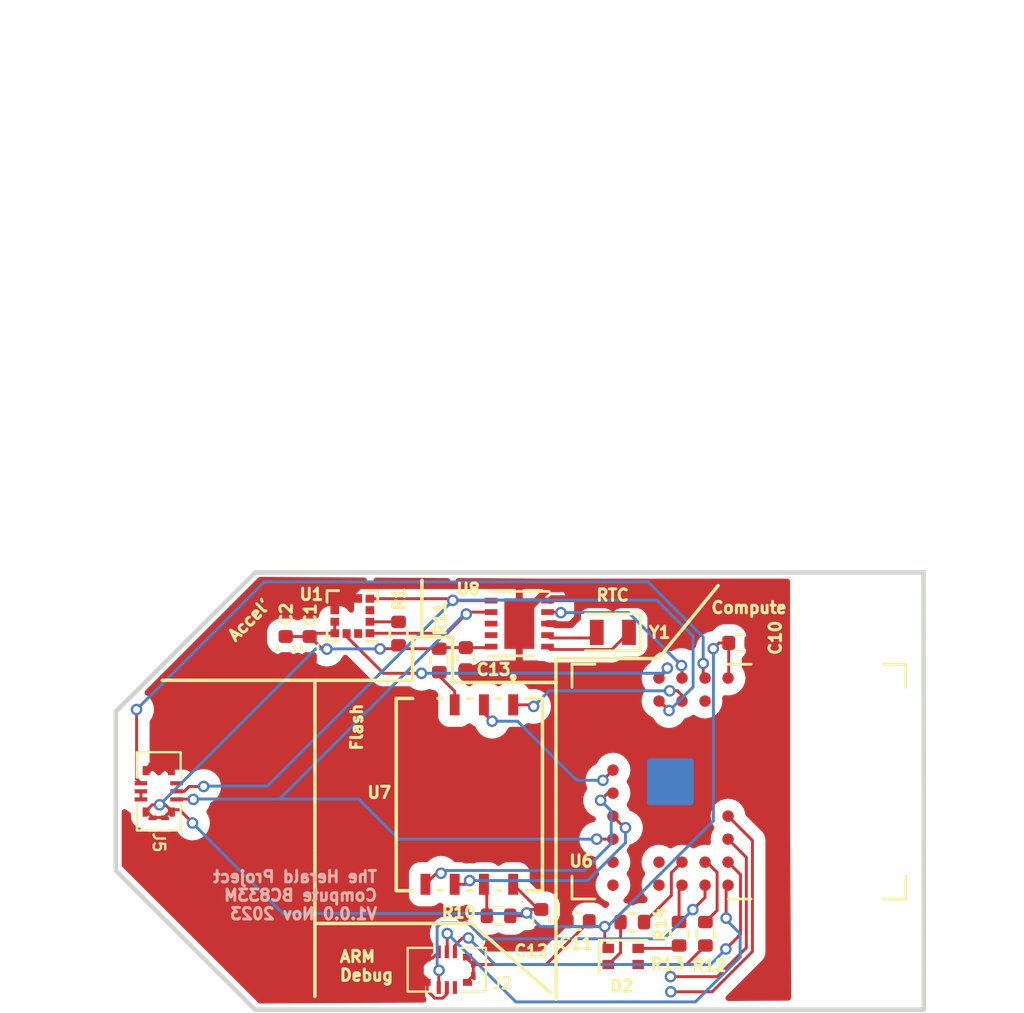
<source format=kicad_pcb>
(kicad_pcb (version 20221018) (generator pcbnew)
  (layers (0 "F.Cu" signal) (31 "B.Cu" signal) (34 "B.Paste" user) (35 "F.Paste" user) (36 "B.SilkS" user "B.Silkscreen") (37 "F.SilkS" user "F.Silkscreen") (38 "B.Mask" user) (39 "F.Mask" user) (44 "Edge.Cuts" user))
  (net 0 "")
  (net 1 "VDD")
  (net 2 "GND")
  (net 3 "Net-(D2-RK)")
  (net 4 "Net-(D2-BK)")
  (net 5 "Net-(D2-GK)")
  (net 6 "/Compute BC833M/VCC_1V8")
  (net 7 "/Compute BC833M/SCL")
  (net 8 "/Compute BC833M/SDA")
  (net 9 "/Compute BC833M/EXT_INT1")
  (net 11 "/Compute BC833M/FLASH_RST")
  (net 12 "/Compute BC833M/FLASH_WP")
  (net 13 "/Compute BC833M/LED_B")
  (net 14 "/Compute BC833M/LED_G")
  (net 15 "/Compute BC833M/LED_R")
  (net 16 "/Compute BC833M/SWDIO")
  (net 17 "/Compute BC833M/SWDCLK")
  (net 18 "/Compute BC833M/RTC_INT")
  (net 19 "/Compute BC833M/ACC_INT2")
  (net 20 "/Compute BC833M/BT_STAT")
  (net 21 "/Compute BC833M/FLASH_CS")
  (net 22 "/Compute BC833M/MISO")
  (net 23 "/Compute BC833M/MOSI")
  (net 24 "/Compute BC833M/SCLK")
  (net 26 "unconnected-(U6A-VBUS-Pad14)")
  (net 28 "/Compute BC833M/RESETn")
  (net 30 "/Compute BC833M/NFC1")
  (net 31 "/Compute BC833M/NFC2")
  (net 32 "Net-(U8-OSCI)")
  (net 33 "Net-(U8-OSCO)")
  (net 37 "Net-(U1-~{CS})")
  (net 39 "/Compute BC833M/ACC_INT1")
  (footprint "Capacitor_SMD:C_0402_1005Metric" (layer "F.Cu") (at 123.952 107.0356 180)
    (fp_text reference "C11")
    (fp_text value "10uF")
  )
  (footprint "Capacitor_SMD:C_0402_1005Metric" (layer "F.Cu") (at 122.344624 107.00285 90)
    (fp_text reference "C12")
    (fp_text value "100nF")
  )
  (footprint "Capacitor_SMD:C_0402_1005Metric" (layer "F.Cu") (at 130.967624 94.93865)
    (fp_text reference "C10")
    (fp_text value "4.7uF")
  )
  (footprint "Resistor_SMD:R_0402_1005Metric" (layer "F.Cu") (at 120.490424 106.79965 180)
    (fp_text reference "R10")
    (fp_text value "10k")
  )
  (footprint "Herald_Extras:8-WSON_MAC" (layer "F.Cu") (at 119.220424 101.52915 -90)
    (fp_text reference "U7")
    (fp_text value "MX25R6435F")
  )
  (footprint "Crystal:Crystal_SMD_2012-2Pin_2.0x1.2mm" (layer "F.Cu") (at 125.455824 94.48145 180)
    (fp_text reference "Y1")
    (fp_text value "32.768kHz")
  )
  (footprint "PCM_kikit:Board" (layer "F.Cu") (at 120.858424 91.78905)
    (fp_text reference "ComputeBC833M")
    (fp_text value "Board Compute BC833M")
  )
  (footprint "Package_LGA:LGA-12_2x2mm_P0.5mm" (layer "F.Cu") (at 114.140424 93.76945 180)
    (fp_text reference "U1")
    (fp_text value "LIS2DE12")
  )
  (footprint "Resistor_SMD:R_0402_1005Metric" (layer "F.Cu") (at 116.147024 94.53345 90)
    (fp_text reference "R1")
    (fp_text value "10k")
  )
  (footprint "Herald_Extras:HERALD_V2_CONN_PORT" (layer "F.Cu") (at 105.733024 101.38945 -90)
    (fp_text reference "J5")
    (fp_text value "HERALD_V2_CONN_PLUG")
  )
  (footprint "Capacitor_SMD:C_0402_1005Metric" (layer "F.Cu") (at 119.070324 95.62445 -90)
    (fp_text reference "C13")
    (fp_text value "100nF")
  )
  (footprint "Resistor_SMD:R_0402_1005Metric" (layer "F.Cu") (at 117.917824 95.70065 -90)
    (fp_text reference "R11")
    (fp_text value "10k")
  )
  (footprint "Herald:DFN-10-1EP_2.6x2.6mm_P0.5mm_EP1.25x2.15mm" (layer "F.Cu") (at 121.391824 94.10045 180)
    (fp_text reference "U8")
    (fp_text value "PCF85063ATL")
  )
  (footprint "Herald:Fanstel_BC833x" (layer "F.Cu") (at 125.658824 100.96645 -90)
    (fp_text reference "U6")
    (fp_text value "BC833")
  )
  (footprint "Capacitor_SMD:C_0402_1005Metric" (layer "F.Cu") (at 111.244824 95.14105 -90)
    (fp_text reference "C2")
    (fp_text value "100nF")
  )
  (footprint "Resistor_SMD:R_0402_1005Metric" (layer "F.Cu") (at 126.299824 107.07045 180)
    (fp_text reference "R14")
    (fp_text value "1k")
  )
  (footprint "Herald:LED_Kingbright_APHF1608" (layer "F.Cu") (at 125.903824 108.56345)
    (fp_text reference "D2")
    (fp_text value "LED_ARBG")
  )
  (footprint "Capacitor_SMD:C_0402_1005Metric" (layer "F.Cu") (at 112.286224 95.14105 -90)
    (fp_text reference "C1")
    (fp_text value "10uF")
  )
  (footprint "Herald_Extras:HERALD_V2_CONN_PORT" (layer "F.Cu") (at 118.244 109.1402)
    (fp_text reference "J2")
    (fp_text value "HERALD_V2_CONN_PLUG_ARMSWD")
  )
  (footprint "Resistor_SMD:R_0402_1005Metric" (layer "F.Cu") (at 129.474824 107.57845 -90)
    (fp_text reference "R12")
    (fp_text value "0")
  )
  (footprint "Resistor_SMD:R_0402_1005Metric" (layer "F.Cu") (at 128.331824 107.57845 -90)
    (fp_text reference "R13")
    (fp_text value "3.9k")
  )
  (gr_line (start 127.433024 95.61945) (end 122.983024 95.61945) (stroke (width 0.15)) (layer "F.SilkS"))
  (gr_line (start 116.756624 94.70925) (end 116.756652 96.56345) (stroke (width 0.15)) (layer "F.SilkS"))
  (gr_line (start 118.491 96.65945) (end 118.491 94.70925) (stroke (width 0.15)) (layer "F.SilkS"))
  (gr_line (start 122.993024 96.65945) (end 118.491 96.65945) (stroke (width 0.15)) (layer "F.SilkS"))
  (gr_line (start 112.514824 96.56265) (end 112.514824 103.95485) (stroke (width 0.15)) (layer "F.SilkS"))
  (gr_line (start 116.756652 96.56345) (end 105.885424 96.56345) (stroke (width 0.15)) (layer "F.SilkS"))
  (gr_line (start 119.322024 107.12985) (end 112.514824 107.12985) (stroke (width 0.15)) (layer "F.SilkS"))
  (gr_line (start 122.983024 95.61945) (end 122.9868 110.4265) (stroke (width 0.15)) (layer "F.SilkS"))
  (gr_line (start 119.322024 107.12985) (end 122.7582 110.1344) (stroke (width 0.15)) (layer "F.SilkS"))
  (gr_line (start 118.491 94.70925) (end 116.756624 94.70925) (stroke (width 0.15)) (layer "F.SilkS"))
  (gr_line (start 117.163024 92.21945) (end 117.163038 94.70655) (stroke (width 0.15)) (layer "F.SilkS"))
  (gr_line (start 130.027824 92.44945) (end 127.433024 95.61945) (stroke (width 0.15)) (layer "F.SilkS"))
  (gr_line (start 112.514824 110.30485) (end 112.514824 103.95485) (stroke (width 0.15)) (layer "F.SilkS"))
  (gr_poly (pts (xy 103.865776 97.92745) (xy 103.865776 104.82745) (xy 109.910976 110.87745) (xy 138.963576 110.87745) (xy 138.947824 91.88045) (xy 109.926824 91.87745)) (stroke (width 0.2)) (fill none) (layer "Edge.Cuts"))
  (gr_text "The Herald Project\nCompute BC833M\nV1.0.0 Nov 2023" (at 115.283424 107.00285) (layer "B.SilkS") (effects (font (size 0.5 0.5) (thickness 0.125) bold) (justify left bottom mirror)))
  (gr_text "Compute" (at 131.3688 93.7006) (layer "F.SilkS") (effects (font (size 0.5 0.5) (thickness 0.125) bold) (justify bottom)))
  (gr_text "Flash" (at 114.623024 98.59545 90) (layer "F.SilkS") (effects (font (size 0.5 0.5) (thickness 0.125) bold) (justify bottom)))
  (gr_text "Accel'" (at 109.873224 94.15045 45) (layer "F.SilkS") (effects (font (size 0.5 0.5) (thickness 0.125) bold) (justify bottom)))
  (gr_text "ARM\nDebug" (at 113.530824 109.66985) (layer "F.SilkS") (effects (font (size 0.5 0.5) (thickness 0.125) bold) (justify left bottom)))
  (gr_text "RTC" (at 125.443424 93.15985) (layer "F.SilkS") (effects (font (size 0.5 0.5) (thickness 0.125) bold) (justify bottom)))
  (segment (start 119.119 108.6402) (end 119.394 108.9152) (width 0.127) (layer "F.Cu") (net 1))
  (segment (start 119.044 108.6402) (end 119.119 108.6402) (width 0.127) (layer "F.Cu") (net 1))
  (segment (start 122.319224 106.39755) (end 122.094924 106.39755) (width 0.127) (layer "F.Cu") (net 1))
  (segment (start 125.103024 108.06265) (end 125.253824 108.21345) (width 0.127) (layer "F.Cu") (net 1))
  (segment (start 122.094924 106.39755) (end 121.125424 105.42805) (width 0.127) (layer "F.Cu") (net 1))
  (segment (start 115.351824 95.19065) (end 117.917824 95.19065) (width 0.127) (layer "F.Cu") (net 1))
  (segment (start 121.859424 106.52285) (end 121.709624 106.67265) (width 0.127) (layer "F.Cu") (net 1))
  (segment (start 124.66185 107.26545) (end 124.432 107.0356) (width 0.127) (layer "F.Cu") (net 1))
  (segment (start 113.377924 94.51945) (end 112.427824 94.51945) (width 0.127) (layer "F.Cu") (net 1))
  (segment (start 120.122824 95.14445) (end 120.166824 95.10045) (width 0.127) (layer "F.Cu") (net 1))
  (segment (start 129.817124 95.18945) (end 130.067924 94.93865) (width 0.127) (layer "F.Cu") (net 1))
  (segment (start 105.448024 101.97445) (end 105.183024 102.23945) (width 0.127) (layer "F.Cu") (net 1))
  (segment (start 115.343024 95.19945) (end 115.351824 95.19065) (width 0.127) (layer "F.Cu") (net 1))
  (segment (start 122.344624 106.52285) (end 121.859424 106.52285) (width 0.127) (layer "F.Cu") (net 1))
  (segment (start 117.917824 95.19065) (end 117.964024 95.14445) (width 0.127) (layer "F.Cu") (net 1))
  (segment (start 113.377924 94.01945) (end 113.377924 94.51945) (width 0.127) (layer "F.Cu") (net 1))
  (segment (start 106.233024 102.22265) (end 106.233024 102.29765) (width 0.127) (layer "F.Cu") (net 1))
  (segment (start 125.103024 107.26545) (end 124.66185 107.26545) (width 0.127) (layer "F.Cu") (net 1))
  (segment (start 130.487624 96.43765) (end 130.458824 96.46645) (width 0.127) (layer "F.Cu") (net 1))
  (segment (start 107.196224 102.75245) (end 106.633224 102.18945) (width 0.127) (layer "F.Cu") (net 1))
  (segment (start 113.033024 95.20945) (end 112.834624 95.20945) (width 0.127) (layer "F.Cu") (net 1))
  (segment (start 112.834624 95.20945) (end 112.286224 94.66105) (width 0.127) (layer "F.Cu") (net 1))
  (segment (start 130.067924 94.93865) (end 130.487624 94.93865) (width 0.127) (layer "F.Cu") (net 1))
  (segment (start 119.394 108.9152) (end 122.5524 108.9152) (width 0.127) (layer "F.Cu") (net 1))
  (segment (start 117.964024 95.14445) (end 119.070324 95.14445) (width 0.127) (layer "F.Cu") (net 1))
  (segment (start 105.958024 102.52615) (end 105.469724 102.52615) (width 0.127) (layer "F.Cu") (net 1))
  (segment (start 105.469724 102.52615) (end 105.183024 102.23945) (width 0.127) (layer "F.Cu") (net 1))
  (segment (start 119.070324 95.14445) (end 120.122824 95.14445) (width 0.127) (layer "F.Cu") (net 1))
  (segment (start 106.018024 101.97445) (end 106.233024 102.18945) (width 0.127) (layer "F.Cu") (net 1))
  (segment (start 107.196224 102.76485) (end 107.196224 102.75245) (width 0.127) (layer "F.Cu") (net 1))
  (segment (start 130.459624 96.46725) (end 130.458824 96.46645) (width 0.127) (layer "F.Cu") (net 1))
  (segment (start 112.427824 94.51945) (end 112.286224 94.66105) (width 0.127) (layer "F.Cu") (net 1))
  (segment (start 105.770824 101.97445) (end 106.018024 101.97445) (width 0.127) (layer "F.Cu") (net 1))
  (segment (start 119.094 109.6902) (end 119.394 109.3902) (width 0.127) (layer "F.Cu") (net 1))
  (segment (start 122.5524 108.9152) (end 124.432 107.0356) (width 0.127) (layer "F.Cu") (net 1))
  (segment (start 119.394 109.3902) (end 119.394 108.9152) (width 0.127) (layer "F.Cu") (net 1))
  (segment (start 112.286224 94.66105) (end 111.244824 94.66105) (width 0.127) (layer "F.Cu") (net 1))
  (segment (start 105.770824 101.97445) (end 105.448024 101.97445) (width 0.127) (layer "F.Cu") (net 1))
  (segment (start 125.103024 107.26545) (end 125.103024 108.06265) (width 0.127) (layer "F.Cu") (net 1))
  (segment (start 121.000424 106.79965) (end 121.582624 106.79965) (width 0.127) (layer "F.Cu") (net 1))
  (segment (start 121.582624 106.79965) (end 121.709624 106.67265) (width 0.127) (layer "F.Cu") (net 1))
  (segment (start 106.233024 102.25115) (end 105.958024 102.52615) (width 0.127) (layer "F.Cu") (net 1))
  (segment (start 106.633224 102.18945) (end 106.233024 102.18945) (width 0.127) (layer "F.Cu") (net 1))
  (segment (start 130.487624 94.93865) (end 130.487624 96.43765) (width 0.127) (layer "F.Cu") (net 1))
  (via (at 113.033024 95.20945) (size 0.5) (drill 0.3) (layers "F.Cu" "B.Cu") (net 1))
  (via (at 107.196224 102.76485) (size 0.5) (drill 0.3) (layers "F.Cu" "B.Cu") (net 1))
  (via (at 125.103024 107.26545) (size 0.5) (drill 0.3) (layers "F.Cu" "B.Cu") (net 1))
  (via (at 115.343024 95.19945) (size 0.5) (drill 0.3) (layers "F.Cu" "B.Cu") (net 1))
  (via (at 105.770824 101.97445) (size 0.5) (drill 0.3) (layers "F.Cu" "B.Cu") (net 1))
  (via (at 129.817124 95.18945) (size 0.5) (drill 0.3) (layers "F.Cu" "B.Cu") (net 1))
  (via (at 121.709624 106.67265) (size 0.5) (drill 0.3) (layers "F.Cu" "B.Cu") (net 1))
  (segment (start 115.343024 95.19945) (end 112.545824 95.19945) (width 0.127) (layer "B.Cu") (net 1))
  (segment (start 121.684224 106.69805) (end 121.709624 106.67265) (width 0.127) (layer "B.Cu") (net 1))
  (segment (start 129.823024 102.66965) (end 129.823024 95.19535) (width 0.127) (layer "B.Cu") (net 1))
  (segment (start 125.103024 107.26545) (end 122.302424 107.26545) (width 0.127) (layer "B.Cu") (net 1))
  (segment (start 112.545824 95.19945) (end 105.770824 101.97445) (width 0.127) (layer "B.Cu") (net 1))
  (segment (start 125.103024 107.26545) (end 125.227224 107.26545) (width 0.127) (layer "B.Cu") (net 1))
  (segment (start 109.952324 105.52095) (end 111.129424 106.69805) (width 0.127) (layer "B.Cu") (net 1))
  (segment (start 125.227224 107.26545) (end 129.823024 102.66965) (width 0.127) (layer "B.Cu") (net 1))
  (segment (start 107.196224 102.76485) (end 109.952324 105.52095) (width 0.127) (layer "B.Cu") (net 1))
  (segment (start 129.823024 95.19535) (end 129.817124 95.18945) (width 0.127) (layer "B.Cu") (net 1))
  (segment (start 122.302424 107.26545) (end 121.709624 106.67265) (width 0.127) (layer "B.Cu") (net 1))
  (segment (start 111.129424 106.69805) (end 121.684224 106.69805) (width 0.127) (layer "B.Cu") (net 1))
  (segment (start 131.447624 94.93865) (end 131.447624 97.47765) (width 0.3) (layer "F.Cu") (net 2))
  (segment (start 117.394 109.6902) (end 117.094 109.3902) (width 0.3) (layer "F.Cu") (net 2))
  (segment (start 117.369 108.6402) (end 117.094 108.9152) (width 0.3) (layer "F.Cu") (net 2))
  (segment (start 105.745224 100.20095) (end 105.720024 100.22615) (width 0.3) (layer "F.Cu") (net 2))
  (segment (start 123.472 107.0356) (end 123.01815 107.48945) (width 0.3) (layer "F.Cu") (net 2))
  (segment (start 120.604424 99.231098) (end 120.604424 99.20585) (width 0.127) (layer "F.Cu") (net 2))
  (segment (start 121.391824 94.10045) (end 121.391824 92.44945) (width 0.3) (layer "F.Cu") (net 2))
  (segment (start 119.220424 101.52915) (end 117.892224 100.20095) (width 0.3) (layer "F.Cu") (net 2))
  (segment (start 106.273624 100.58205) (end 106.233024 100.62265) (width 0.127) (layer "F.Cu") (net 2))
  (segment (start 122.816824 93.01945) (end 126.38575 93.01945) (width 0.3) (layer "F.Cu") (net 2))
  (segment (start 120.215824 99.619698) (end 120.604424 99.231098) (width 0.127) (layer "F.Cu") (net 2))
  (segment (start 105.958024 100.22615) (end 105.496324 100.22615) (width 0.3) (layer "F.Cu") (net 2))
  (segment (start 114.390424 93.00695) (end 113.890424 93.00695) (width 0.3) (layer "F.Cu") (net 2))
  (segment (start 123.923024 92.59245) (end 122.659047 92.59245) (width 0.3) (layer "F.Cu") (net 2))
  (segment (start 127.458824 100.46645) (end 126.299824 99.30745) (width 0.3) (layer "F.Cu") (net 2))
  (segment (start 117.394 110.04678) (end 117.72592 110.3787) (width 0.127) (layer "F.Cu") (net 2))
  (segment (start 118.06208 110.3787) (end 118.244 110.19678) (width 0.127) (layer "F.Cu") (net 2))
  (segment (start 118.244 110.19678) (end 118.244 109.9152) (width 0.127) (layer "F.Cu") (net 2))
  (segment (start 121.391824 92.44945) (end 122.516047 92.44945) (width 0.3) (layer "F.Cu") (net 2))
  (segment (start 117.444 108.6402) (end 117.619 108.6402) (width 0.127) (layer "F.Cu") (net 2))
  (segment (start 110.325124 95.62105) (end 105.745224 100.20095) (width 0.3) (layer "F.Cu") (net 2))
  (segment (start 117.444 108.6402) (end 117.369 108.6402) (width 0.3) (layer "F.Cu") (net 2))
  (segment (start 121.119512 99.40905) (end 121.417224 99.40905) (width 0.127) (layer "F.Cu") (net 2))
  (segment (start 122.979437 94.1494) (end 123.623074 94.1494) (width 0.3) (layer "F.Cu") (net 2))
  (segment (start 121.391824 94.10045) (end 121.391824 93.859673) (width 0.3) (layer "F.Cu") (net 2))
  (segment (start 106.233024 100.62265) (end 106.233024 100.54765) (width 0.127) (layer "F.Cu") (net 2))
  (segment (start 123.623074 94.1494) (end 123.923024 93.84945) (width 0.3) (layer "F.Cu") (net 2))
  (segment (start 131.447624 97.47765) (end 128.458824 100.46645) (width 0.3) (layer "F.Cu") (net 2))
  (segment (start 113.377924 93.01945) (end 113.377924 93.51945) (width 0.3) (layer "F.Cu") (net 2))
  (segment (start 122.516047 92.44945) (end 122.659047 92.59245) (width 0.3) (layer "F.Cu") (net 2))
  (segment (start 113.390424 93.00695) (end 113.377924 93.01945) (width 0.3) (layer "F.Cu") (net 2))
  (segment (start 120.715824 100.09145) (end 120.715824 99.812738) (width 0.127) (layer "F.Cu") (net 2))
  (segment (start 122.930487 94.10045) (end 122.979437 94.1494) (width 0.3) (layer "F.Cu") (net 2))
  (segment (start 121.391824 92.44945) (end 114.447924 92.44945) (width 0.3) (layer "F.Cu") (net 2))
  (segment (start 120.604424 99.20585) (end 120.629672 99.20585) (width 0.127) (layer "F.Cu") (net 2))
  (segment (start 126.458824 96.46645) (end 126.096824 96.10445) (width 0.3) (layer "F.Cu") (net 2))
  (segment (start 113.890424 93.00695) (end 113.390424 93.00695) (width 0.3) (layer "F.Cu") (net 2))
  (segment (start 117.72592 110.3787) (end 118.06208 110.3787) (width 0.127) (layer "F.Cu") (net 2))
  (segment (start 105.496324 100.22615) (end 105.183024 100.53945) (width 0.3) (layer "F.Cu") (net 2))
  (segment (start 121.391824 94.10045) (end 121.391824 96.10445) (width 0.3) (layer "F.Cu") (net 2))
  (segment (start 114.447924 92.44945) (end 113.890424 93.00695) (width 0.3) (layer "F.Cu") (net 2))
  (segment (start 106.233024 100.50115) (end 105.958024 100.22615) (width 0.3) (layer "F.Cu") (net 2))
  (segment (start 126.38575 93.01945) (end 126.492 92.9132) (width 0.3) (layer "F.Cu") (net 2))
  (segment (start 122.743824 93.09245) (end 122.816824 93.01945) (width 0.3) (layer "F.Cu") (net 2))
  (segment (start 121.442124 99.30745) (end 119.220424 101.52915) (width 0.3) (layer "F.Cu") (net 2))
  (segment (start 121.417224 99.40905) (end 121.461124 99.45295) (width 0.127) (layer "F.Cu") (net 2))
  (segment (start 117.892224 100.20095) (end 105.745224 100.20095) (width 0.3) (layer "F.Cu") (net 2))
  (segment (start 126.299824 99.30745) (end 121.442124 99.30745) (width 0.3) (layer "F.Cu") (net 2))
  (segment (start 111.244824 95.62105) (end 110.325124 95.62105) (width 0.3) (layer "F.Cu") (net 2))
  (segment (start 120.215824 100.09145) (end 120.215824 99.619698) (width 0.127) (layer "F.Cu") (net 2))
  (segment (start 121.391824 96.10445) (end 119.070324 96.10445) (width 0.3) (layer "F.Cu") (net 2))
  (segment (start 126.096824 96.10445) (end 121.391824 96.10445) (width 0.3) (layer "F.Cu") (net 2))
  (segment (start 117.394 109.6902) (end 117.394 110.04678) (width 0.127) (layer "F.Cu") (net 2))
  (segment (start 112.286224 95.62105) (end 111.244824 95.62105) (width 0.3) (layer "F.Cu") (net 2))
  (segment (start 121.391824 93.859673) (end 122.659047 92.59245) (width 0.3) (layer "F.Cu") (net 2))
  (segment (start 117.619 108.6402) (end 117.894 108.3652) (width 0.127) (layer "F.Cu") (net 2))
  (segment (start 120.715824 99.812738) (end 121.119512 99.40905) (width 0.127) (layer "F.Cu") (net 2))
  (segment (start 123.923024 93.84945) (end 123.923024 92.59245) (width 0.3) (layer "F.Cu") (net 2))
  (segment (start 122.616824 94.10045) (end 122.930487 94.10045) (width 0.3) (layer "F.Cu") (net 2))
  (segment (start 117.094 108.9152) (end 117.094 109.3902) (width 0.3) (layer "F.Cu") (net 2))
  (segment (start 125.270404 108.91345) (end 125.253824 108.91345) (width 0.127) (layer "F.Cu") (net 3))
  (segment (start 125.789824 107.07045) (end 125.789824 108.39403) (width 0.127) (layer "F.Cu") (net 3))
  (segment (start 125.789824 108.39403) (end 125.270404 108.91345) (width 0.127) (layer "F.Cu") (net 3))
  (segment (start 128.649824 108.91345) (end 126.553824 108.91345) (width 0.127) (layer "F.Cu") (net 4))
  (segment (start 129.474824 108.08845) (end 128.649824 108.91345) (width 0.127) (layer "F.Cu") (net 4))
  (segment (start 128.206824 108.21345) (end 126.553824 108.21345) (width 0.127) (layer "F.Cu") (net 5))
  (segment (start 128.331824 108.08845) (end 128.206824 108.21345) (width 0.127) (layer "F.Cu") (net 5))
  (segment (start 104.958024 101.38945) (end 104.958024 101.73945) (width 0.127) (layer "F.Cu") (net 6))
  (segment (start 124.753024 103.46645) (end 125.458824 103.46645) (width 0.127) (layer "F.Cu") (net 7))
  (segment (start 118.255024 94.51945) (end 114.902924 94.51945) (width 0.127) (layer "F.Cu") (net 7))
  (segment (start 119.089024 93.68545) (end 118.255024 94.51945) (width 0.127) (layer "F.Cu") (net 7))
  (segment (start 107.233024 101.73945) (end 107.219724 101.72615) (width 0.127) (layer "F.Cu") (net 7))
  (segment (start 119.089024 93.68545) (end 119.174024 93.60045) (width 0.127) (layer "F.Cu") (net 7))
  (segment (start 119.174024 93.60045) (end 120.166824 93.60045) (width 0.127) (layer "F.Cu") (net 7))
  (segment (start 107.219724 101.72615) (end 106.508024 101.72615) (width 0.127) (layer "F.Cu") (net 7))
  (via (at 107.233024 101.73945) (size 0.5) (drill 0.3) (layers "F.Cu" "B.Cu") (net 7))
  (via (at 124.753024 103.46645) (size 0.5) (drill 0.3) (layers "F.Cu" "B.Cu") (net 7))
  (via (at 119.089024 93.68545) (size 0.5) (drill 0.3) (layers "F.Cu" "B.Cu") (net 7))
  (segment (start 119.012824 93.68545) (end 110.973024 101.72525) (width 0.127) (layer "B.Cu") (net 7))
  (segment (start 107.252024 101.72045) (end 107.233024 101.73945) (width 0.127) (layer "B.Cu") (net 7))
  (segment (start 114.406824 101.72045) (end 107.252024 101.72045) (width 0.127) (layer "B.Cu") (net 7))
  (segment (start 110.973024 101.72525) (end 110.973024 101.72045) (width 0.127) (layer "B.Cu") (net 7))
  (segment (start 124.753024 103.46645) (end 116.152824 103.46645) (width 0.127) (layer "B.Cu") (net 7))
  (segment (start 116.152824 103.46645) (end 114.406824 101.72045) (width 0.127) (layer "B.Cu") (net 7))
  (segment (start 119.089024 93.68545) (end 119.012824 93.68545) (width 0.127) (layer "B.Cu") (net 7))
  (segment (start 127.893679 97.87945) (end 127.480679 97.46645) (width 0.127) (layer "F.Cu") (net 8))
  (segment (start 107.683024 101.17945) (end 107.050891 101.17945) (width 0.127) (layer "F.Cu") (net 8))
  (segment (start 118.433024 93.01945) (end 114.902924 93.01945) (width 0.127) (layer "F.Cu") (net 8))
  (segment (start 118.503024 93.08945) (end 118.514024 93.10045) (width 0.127) (layer "F.Cu") (net 8))
  (segment (start 118.514024 93.10045) (end 120.166824 93.10045) (width 0.127) (layer "F.Cu") (net 8))
  (segment (start 106.840891 101.38945) (end 106.508024 101.38945) (width 0.127) (layer "F.Cu") (net 8))
  (segment (start 127.446624 97.47865) (end 127.458824 97.46645) (width 0.127) (layer "F.Cu") (net 8))
  (segment (start 127.480679 97.46645) (end 127.458824 97.46645) (width 0.127) (layer "F.Cu") (net 8))
  (segment (start 118.503024 93.08945) (end 118.433024 93.01945) (width 0.127) (layer "F.Cu") (net 8))
  (segment (start 107.050891 101.17945) (end 106.840891 101.38945) (width 0.127) (layer "F.Cu") (net 8))
  (via (at 107.683024 101.17945) (size 0.5) (drill 0.3) (layers "F.Cu" "B.Cu") (net 8))
  (via (at 127.893679 97.87945) (size 0.5) (drill 0.3) (layers "F.Cu" "B.Cu") (net 8))
  (via (at 118.503024 93.08945) (size 0.5) (drill 0.3) (layers "F.Cu" "B.Cu") (net 8))
  (segment (start 128.941124 94.651124) (end 128.941124 96.85035) (width 0.127) (layer "B.Cu") (net 8))
  (segment (start 118.503024 93.08945) (end 118.513024 93.07945) (width 0.127) (layer "B.Cu") (net 8))
  (segment (start 107.701624 101.16085) (end 107.683024 101.17945) (width 0.127) (layer "B.Cu") (net 8))
  (segment (start 118.503024 93.10945) (end 110.451624 101.16085) (width 0.127) (layer "B.Cu") (net 8))
  (segment (start 128.941124 96.85035) (end 127.912024 97.87945) (width 0.127) (layer "B.Cu") (net 8))
  (segment (start 127.36945 93.07945) (end 128.941124 94.651124) (width 0.127) (layer "B.Cu") (net 8))
  (segment (start 118.513024 93.07945) (end 127.36945 93.07945) (width 0.127) (layer "B.Cu") (net 8))
  (segment (start 127.912024 97.87945) (end 127.893679 97.87945) (width 0.127) (layer "B.Cu") (net 8))
  (segment (start 110.451624 101.16085) (end 107.701624 101.16085) (width 0.127) (layer "B.Cu") (net 8))
  (segment (start 118.503024 93.08945) (end 118.503024 93.10945) (width 0.127) (layer "B.Cu") (net 8))
  (segment (start 104.769524 97.83515) (end 104.769524 100.85095) (width 0.127) (layer "F.Cu") (net 9))
  (segment (start 129.379124 95.82945) (end 129.379124 96.38675) (width 0.127) (layer "F.Cu") (net 9))
  (segment (start 129.379124 96.38675) (end 129.458824 96.46645) (width 0.127) (layer "F.Cu") (net 9))
  (segment (start 104.769524 100.85095) (end 104.958024 101.03945) (width 0.127) (layer "F.Cu") (net 9))
  (segment (start 104.767824 97.83345) (end 104.769524 97.83515) (width 0.127) (layer "F.Cu") (net 9))
  (via (at 104.767824 97.83345) (size 0.5) (drill 0.3) (layers "F.Cu" "B.Cu") (net 9))
  (via (at 129.379124 95.82945) (size 0.5) (drill 0.3) (layers "F.Cu" "B.Cu") (net 9))
  (segment (start 110.312924 92.28835) (end 104.767824 97.83345) (width 0.127) (layer "B.Cu") (net 9))
  (segment (start 129.379124 95.82945) (end 129.379124 94.682724) (width 0.127) (layer "B.Cu") (net 9))
  (segment (start 129.379124 94.682724) (end 126.98475 92.28835) (width 0.127) (layer "B.Cu") (net 9))
  (segment (start 126.98475 92.28835) (end 110.312924 92.28835) (width 0.127) (layer "B.Cu") (net 9))
  (segment (start 119.980424 105.55305) (end 119.855424 105.42805) (width 0.127) (layer "F.Cu") (net 11))
  (segment (start 119.980424 106.79965) (end 119.980424 105.55305) (width 0.127) (layer "F.Cu") (net 11))
  (segment (start 118.585424 97.63025) (end 118.585424 97.04605) (width 0.127) (layer "F.Cu") (net 12))
  (segment (start 117.917824 96.37845) (end 117.917824 96.21065) (width 0.127) (layer "F.Cu") (net 12))
  (segment (start 118.585424 97.04605) (end 117.917824 96.37845) (width 0.127) (layer "F.Cu") (net 12))
  (segment (start 129.982824 106.56045) (end 129.474824 107.06845) (width 0.127) (layer "F.Cu") (net 13))
  (segment (start 129.458824 104.46645) (end 129.537824 104.46645) (width 0.127) (layer "F.Cu") (net 13))
  (segment (start 129.537824 104.46645) (end 129.982824 104.91145) (width 0.127) (layer "F.Cu") (net 13))
  (segment (start 129.982824 104.91145) (end 129.982824 106.56045) (width 0.127) (layer "F.Cu") (net 13))
  (segment (start 128.331824 107.06845) (end 128.331824 105.59345) (width 0.127) (layer "F.Cu") (net 14))
  (segment (start 128.331824 105.59345) (end 128.458824 105.46645) (width 0.127) (layer "F.Cu") (net 14))
  (segment (start 127.995824 105.91145) (end 127.995824 104.92945) (width 0.127) (layer "F.Cu") (net 15))
  (segment (start 126.836824 107.07045) (end 127.995824 105.91145) (width 0.127) (layer "F.Cu") (net 15))
  (segment (start 127.995824 104.92945) (end 128.458824 104.46645) (width 0.127) (layer "F.Cu") (net 15))
  (segment (start 126.809824 107.07045) (end 126.836824 107.07045) (width 0.127) (layer "F.Cu") (net 15))
  (segment (start 130.375324 106.89945) (end 130.375324 105.54995) (width 0.127) (layer "F.Cu") (net 16))
  (segment (start 118.2619 107.56945) (end 118.2619 108.3473) (width 0.127) (layer "F.Cu") (net 16))
  (segment (start 118.2619 108.3473) (end 118.244 108.3652) (width 0.127) (layer "F.Cu") (net 16))
  (segment (start 130.375324 105.54995) (end 130.458824 105.46645) (width 0.127) (layer "F.Cu") (net 16))
  (via (at 118.2619 107.56945) (size 0.5) (drill 0.3) (layers "F.Cu" "B.Cu") (net 16))
  (via (at 130.375324 106.89945) (size 0.5) (drill 0.3) (layers "F.Cu" "B.Cu") (net 16))
  (segment (start 121.241524 110.53795) (end 118.273024 107.56945) (width 0.127) (layer "B.Cu") (net 16))
  (segment (start 130.983024 108.595383) (end 129.040457 110.53795) (width 0.127) (layer "B.Cu") (net 16))
  (segment (start 129.040457 110.53795) (end 121.241524 110.53795) (width 0.127) (layer "B.Cu") (net 16))
  (segment (start 118.273024 107.56945) (end 118.2619 107.56945) (width 0.127) (layer "B.Cu") (net 16))
  (segment (start 130.375324 106.89945) (end 130.375324 106.969817) (width 0.127) (layer "B.Cu") (net 16))
  (segment (start 130.375324 106.969817) (end 130.983024 107.577517) (width 0.127) (layer "B.Cu") (net 16))
  (segment (start 130.983024 107.577517) (end 130.983024 108.595383) (width 0.127) (layer "B.Cu") (net 16))
  (segment (start 130.998824 107.60365) (end 130.998824 105.00645) (width 0.127) (layer "F.Cu") (net 17))
  (segment (start 130.998824 105.00645) (end 130.458824 104.46645) (width 0.127) (layer "F.Cu") (net 17))
  (segment (start 119.181411 107.761063) (end 118.921411 107.761063) (width 0.127) (layer "F.Cu") (net 17))
  (segment (start 118.594 108.088474) (end 118.594 108.3652) (width 0.127) (layer "F.Cu") (net 17))
  (segment (start 130.363024 108.23945) (end 130.998824 107.60365) (width 0.127) (layer "F.Cu") (net 17))
  (segment (start 118.921411 107.761063) (end 118.594 108.088474) (width 0.127) (layer "F.Cu") (net 17))
  (via (at 119.181411 107.761063) (size 0.5) (drill 0.3) (layers "F.Cu" "B.Cu") (net 17))
  (via (at 130.363024 108.23945) (size 0.5) (drill 0.3) (layers "F.Cu" "B.Cu") (net 17))
  (segment (start 130.363024 108.23945) (end 130.363024 108.24945) (width 0.127) (layer "B.Cu") (net 17))
  (segment (start 120.335548 108.9152) (end 119.181411 107.761063) (width 0.127) (layer "B.Cu") (net 17))
  (segment (start 130.363024 108.24945) (end 129.697274 108.9152) (width 0.127) (layer "B.Cu") (net 17))
  (segment (start 129.697274 108.9152) (end 120.335548 108.9152) (width 0.127) (layer "B.Cu") (net 17))
  (segment (start 128.458824 95.948086) (end 128.458824 96.46645) (width 0.127) (layer "F.Cu") (net 18))
  (segment (start 128.434066 95.923328) (end 128.458824 95.948086) (width 0.127) (layer "F.Cu") (net 18))
  (segment (start 123.1969 93.6244) (end 123.17295 93.60045) (width 0.127) (layer "F.Cu") (net 18))
  (segment (start 123.17295 93.60045) (end 122.616824 93.60045) (width 0.127) (layer "F.Cu") (net 18))
  (via (at 123.1969 93.6244) (size 0.5) (drill 0.3) (layers "F.Cu" "B.Cu") (net 18))
  (via (at 128.434066 95.923328) (size 0.5) (drill 0.3) (layers "F.Cu" "B.Cu") (net 18))
  (segment (start 128.434066 95.920492) (end 126.137974 93.6244) (width 0.127) (layer "B.Cu") (net 18))
  (segment (start 126.137974 93.6244) (end 123.1969 93.6244) (width 0.127) (layer "B.Cu") (net 18))
  (segment (start 128.434066 95.923328) (end 128.434066 95.920492) (width 0.127) (layer "B.Cu") (net 18))
  (segment (start 127.819926 96.036625) (end 127.819926 96.105348) (width 0.127) (layer "F.Cu") (net 19))
  (segment (start 115.488844 96.25945) (end 113.890424 94.66103) (width 0.127) (layer "F.Cu") (net 19))
  (segment (start 113.890424 94.66103) (end 113.890424 94.53195) (width 0.127) (layer "F.Cu") (net 19))
  (segment (start 117.143024 96.25945) (end 115.488844 96.25945) (width 0.127) (layer "F.Cu") (net 19))
  (segment (start 127.819926 96.105348) (end 127.458824 96.46645) (width 0.127) (layer "F.Cu") (net 19))
  (via (at 127.819926 96.036625) (size 0.5) (drill 0.3) (layers "F.Cu" "B.Cu") (net 19))
  (via (at 117.143024 96.25945) (size 0.5) (drill 0.3) (layers "F.Cu" "B.Cu") (net 19))
  (segment (start 127.597901 96.25865) (end 127.819926 96.036625) (width 0.127) (layer "B.Cu") (net 19))
  (segment (start 117.143824 96.25865) (end 127.597901 96.25865) (width 0.127) (layer "B.Cu") (net 19))
  (segment (start 117.143024 96.25945) (end 117.143824 96.25865) (width 0.127) (layer "B.Cu") (net 19))
  (segment (start 122.013024 97.69945) (end 121.943824 97.63025) (width 0.127) (layer "F.Cu") (net 21))
  (segment (start 127.923024 97.02145) (end 128.263624 97.02145) (width 0.127) (layer "F.Cu") (net 21))
  (segment (start 121.943824 97.63025) (end 121.125424 97.63025) (width 0.127) (layer "F.Cu") (net 21))
  (segment (start 128.458824 97.21665) (end 128.458824 97.46645) (width 0.127) (layer "F.Cu") (net 21))
  (segment (start 128.263624 97.02145) (end 128.458824 97.21665) (width 0.127) (layer "F.Cu") (net 21))
  (via (at 122.013024 97.69945) (size 0.5) (drill 0.3) (layers "F.Cu" "B.Cu") (net 21))
  (via (at 127.923024 97.02145) (size 0.5) (drill 0.3) (layers "F.Cu" "B.Cu") (net 21))
  (segment (start 122.013024 97.69945) (end 122.691024 97.02145) (width 0.127) (layer "B.Cu") (net 21))
  (segment (start 122.691024 97.02145) (end 127.923024 97.02145) (width 0.127) (layer "B.Cu") (net 21))
  (segment (start 120.211024 98.34145) (end 119.855424 97.98585) (width 0.127) (layer "F.Cu") (net 22))
  (segment (start 119.855424 97.98585) (end 119.855424 97.63025) (width 0.127) (layer "F.Cu") (net 22))
  (segment (start 125.023024 100.90945) (end 125.023024 100.90225) (width 0.127) (layer "F.Cu") (net 22))
  (segment (start 125.410824 100.46645) (end 125.458824 100.46645) (width 0.127) (layer "F.Cu") (net 22))
  (segment (start 125.023024 100.90225) (end 125.458824 100.46645) (width 0.127) (layer "F.Cu") (net 22))
  (via (at 125.023024 100.90945) (size 0.5) (drill 0.3) (layers "F.Cu" "B.Cu") (net 22))
  (via (at 120.211024 98.34145) (size 0.5) (drill 0.3) (layers "F.Cu" "B.Cu") (net 22))
  (segment (start 123.882824 100.90945) (end 121.314824 98.34145) (width 0.127) (layer "B.Cu") (net 22))
  (segment (start 121.314824 98.34145) (end 120.211024 98.34145) (width 0.127) (layer "B.Cu") (net 22))
  (segment (start 125.023024 100.90945) (end 123.882824 100.90945) (width 0.127) (layer "B.Cu") (net 22))
  (segment (start 125.236024 101.46645) (end 125.458824 101.46645) (width 0.127) (layer "F.Cu") (net 23))
  (segment (start 117.993024 104.94945) (end 117.794024 104.94945) (width 0.127) (layer "F.Cu") (net 23))
  (segment (start 124.923024 101.77945) (end 125.236024 101.46645) (width 0.127) (layer "F.Cu") (net 23))
  (segment (start 117.794024 104.94945) (end 117.315424 105.42805) (width 0.127) (layer "F.Cu") (net 23))
  (via (at 124.923024 101.77945) (size 0.5) (drill 0.3) (layers "F.Cu" "B.Cu") (net 23))
  (via (at 117.993024 104.94945) (size 0.5) (drill 0.3) (layers "F.Cu" "B.Cu") (net 23))
  (segment (start 125.383024 103.65945) (end 125.383024 102.23945) (width 0.127) (layer "B.Cu") (net 23))
  (segment (start 117.993024 104.94945) (end 118.113024 104.82945) (width 0.127) (layer "B.Cu") (net 23))
  (segment (start 124.213024 104.82945) (end 125.383024 103.65945) (width 0.127) (layer "B.Cu") (net 23))
  (segment (start 125.383024 102.23945) (end 124.923024 101.77945) (width 0.127) (layer "B.Cu") (net 23))
  (segment (start 118.113024 104.82945) (end 124.213024 104.82945) (width 0.127) (layer "B.Cu") (net 23))
  (segment (start 119.072424 105.42805) (end 118.585424 105.42805) (width 0.127) (layer "F.Cu") (net 24))
  (segment (start 119.233024 105.26745) (end 119.072424 105.42805) (width 0.127) (layer "F.Cu") (net 24))
  (segment (start 125.378824 102.46645) (end 125.458824 102.46645) (width 0.127) (layer "F.Cu") (net 24))
  (segment (start 125.961824 102.96945) (end 125.458824 102.46645) (width 0.127) (layer "F.Cu") (net 24))
  (segment (start 126.003024 102.96945) (end 125.961824 102.96945) (width 0.127) (layer "F.Cu") (net 24))
  (via (at 126.003024 102.96945) (size 0.5) (drill 0.3) (layers "F.Cu" "B.Cu") (net 24))
  (via (at 119.233024 105.26745) (size 0.5) (drill 0.3) (layers "F.Cu" "B.Cu") (net 24))
  (segment (start 119.233024 105.26745) (end 124.3637 105.26745) (width 0.127) (layer "B.Cu") (net 24))
  (segment (start 124.3637 105.26745) (end 126.003024 103.628126) (width 0.127) (layer "B.Cu") (net 24))
  (segment (start 126.003024 103.628126) (end 126.003024 102.96945) (width 0.127) (layer "B.Cu") (net 24))
  (segment (start 125.458824 105.46645) (end 125.458824 105.65185) (width 0.127) (layer "F.Cu") (net 26))
  (segment (start 129.458824 105.999176) (end 128.9304 106.5276) (width 0.127) (layer "F.Cu") (net 28))
  (segment (start 117.9068 109.1692) (end 117.894 109.182) (width 0.127) (layer "F.Cu") (net 28))
  (segment (start 117.894 109.182) (end 117.894 109.9152) (width 0.127) (layer "F.Cu") (net 28))
  (segment (start 129.458824 105.46645) (end 129.458824 105.999176) (width 0.127) (layer "F.Cu") (net 28))
  (via (at 117.9068 109.1692) (size 0.5) (drill 0.3) (layers "F.Cu" "B.Cu") (net 28))
  (via (at 128.9304 106.5276) (size 0.5) (drill 0.3) (layers "F.Cu" "B.Cu") (net 28))
  (segment (start 127.6604 107.7976) (end 119.837374 107.7976) (width 0.127) (layer "B.Cu") (net 28))
  (segment (start 117.8239 109.0863) (end 117.9068 109.1692) (width 0.127) (layer "B.Cu") (net 28))
  (segment (start 118.013024 107.09945) (end 117.8239 107.288574) (width 0.127) (layer "B.Cu") (net 28))
  (segment (start 117.8239 107.288574) (end 117.8239 109.0863) (width 0.127) (layer "B.Cu") (net 28))
  (segment (start 119.139224 107.09945) (end 118.013024 107.09945) (width 0.127) (layer "B.Cu") (net 28))
  (segment (start 128.9304 106.5276) (end 127.6604 107.7976) (width 0.127) (layer "B.Cu") (net 28))
  (segment (start 119.837374 107.7976) (end 119.139224 107.09945) (width 0.127) (layer "B.Cu") (net 28))
  (segment (start 131.252824 108.184162) (end 131.252824 104.26045) (width 0.127) (layer "F.Cu") (net 30))
  (segment (start 127.958024 109.44125) (end 129.995736 109.44125) (width 0.127) (layer "F.Cu") (net 30))
  (segment (start 131.252824 104.26045) (end 130.458824 103.46645) (width 0.127) (layer "F.Cu") (net 30))
  (segment (start 129.995736 109.44125) (end 131.252824 108.184162) (width 0.127) (layer "F.Cu") (net 30))
  (via (at 127.958024 109.44125) (size 0.5) (drill 0.3) (layers "F.Cu" "B.Cu") (net 30))
  (segment (start 127.973024 110.09945) (end 129.770285 110.09945) (width 0.127) (layer "F.Cu") (net 31))
  (segment (start 129.770285 110.09945) (end 131.516324 108.353411) (width 0.127) (layer "F.Cu") (net 31))
  (segment (start 131.516324 103.52395) (end 130.458824 102.46645) (width 0.127) (layer "F.Cu") (net 31))
  (segment (start 131.516324 108.353411) (end 131.516324 103.52395) (width 0.127) (layer "F.Cu") (net 31))
  (via (at 127.973024 110.09945) (size 0.5) (drill 0.3) (layers "F.Cu" "B.Cu") (net 31))
  (segment (start 122.741824 95.22545) (end 125.411824 95.22545) (width 0.127) (layer "F.Cu") (net 32))
  (segment (start 122.616824 95.10045) (end 122.741824 95.22545) (width 0.127) (layer "F.Cu") (net 32))
  (segment (start 125.411824 95.22545) (end 126.155824 94.48145) (width 0.127) (layer "F.Cu") (net 32))
  (segment (start 122.741824 94.72545) (end 124.511824 94.72545) (width 0.127) (layer "F.Cu") (net 33))
  (segment (start 124.511824 94.72545) (end 124.755824 94.48145) (width 0.127) (layer "F.Cu") (net 33))
  (segment (start 122.616824 94.60045) (end 122.741824 94.72545) (width 0.127) (layer "F.Cu") (net 33))
  (segment (start 114.906924 94.02345) (end 114.902924 94.01945) (width 0.127) (layer "F.Cu") (net 37))
  (segment (start 116.147024 94.02345) (end 114.906924 94.02345) (width 0.127) (layer "F.Cu") (net 37))
  (zone (net 2) (net_name "GND") (layer "F.Cu") (priority 18) (connect_pads yes (clearance 0.5)) (min_thickness 0.25) (fill yes (thermal_gap 0.5) (thermal_bridge_width 0.5))
    (polygon (pts (xy 122.382424 92.14465) (xy 110.088824 92.06845) (xy 104.119824 98.03745) (xy 104.119824 104.64145) (xy 110.088824 110.61045) (xy 133.202824 110.48345) (xy 133.152024 103.11745) (xy 133.152024 92.14465)))
  )
  (zone (net 0) (net_name "") (layers "F&B.Cu") (priority 3) (connect_pads (clearance 0.5)) (min_thickness 0.25) (fill yes (thermal_gap 0.5) (thermal_bridge_width 0.5))
    (polygon (pts (xy 126.934824 99.95845) (xy 128.966824 99.95845) (xy 128.966824 101.99045) (xy 126.934824 101.99045)))
  )
  (zone (net 0) (net_name "") (layers "F&B.Cu") (name "KO_BLE_FCU") (connect_pads (clearance 0)) (min_thickness 0.25)
    (keepout (tracks not_allowed) (vias not_allowed) (pads not_allowed) (copperpour not_allowed) (footprints allowed))
    (fill (thermal_gap 0.5) (thermal_bridge_width 0.5))
    (polygon (pts (xy 133.538824 90.81445) (xy 143.317824 90.81445) (xy 143.317824 111.00745) (xy 133.538824 111.00745)))
  )
  (zone (net 0) (net_name "") (layer "B.Cu") (name "KO_BLE_BCU") (connect_pads (clearance 0)) (min_thickness 0.25)
    (keepout (tracks not_allowed) (vias not_allowed) (pads not_allowed) (copperpour not_allowed) (footprints allowed))
    (fill (thermal_gap 0.5) (thermal_bridge_width 0.5))
    (polygon (pts (xy 133.538824 90.81445) (xy 143.317824 90.81445) (xy 143.317824 111.00745) (xy 133.538824 111.00745)))
  )
)
</source>
